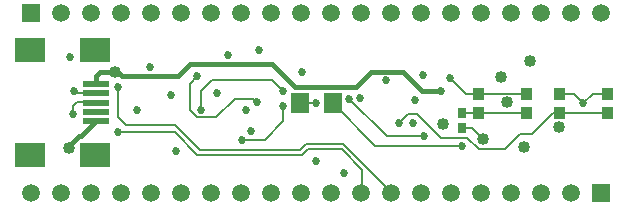
<source format=gtl>
G04 DipTrace Beta 2.3.5.2*
%INTop_Layer-GMaple-mini.GTL*%
%MOIN*%
%ADD14C,0.008*%
%ADD15C,0.016*%
%ADD25R,0.063X0.0709*%
%ADD28R,0.0591X0.0591*%
%ADD30C,0.0591*%
%ADD32R,0.0906X0.0197*%
%ADD33R,0.0984X0.0787*%
%ADD35R,0.0276X0.0354*%
%ADD38C,0.027*%
%ADD40C,0.04*%
%FSLAX44Y44*%
G04*
G70*
G90*
G75*
G01*
%LNTop*%
%LPD*%
X7490Y6565D2*
D14*
X9365D1*
X10115Y5815D1*
X13615D1*
X13803Y6003D1*
X14927D1*
X15615Y5315D1*
Y4565D1*
X15590Y4540D1*
X7490Y8065D2*
Y7065D1*
X7740Y6815D1*
X9365D1*
X10196Y5984D1*
X13534D1*
X13740Y6190D1*
X14990D1*
X16590Y4590D1*
Y4540D1*
X22183Y7225D2*
X23797D1*
X16830Y6873D2*
X17148Y7190D1*
X17429D1*
X18242Y6378D1*
X19117D1*
X19492Y6003D1*
X20367D1*
X20867Y6503D1*
X21267D1*
X21989Y7225D1*
X22183D1*
X10115Y8440D2*
X9865Y8190D1*
Y7315D1*
X10115Y7065D1*
X10740D1*
X11365Y7690D1*
X11990D1*
X12115Y7565D1*
X13539Y7540D2*
X13543Y7536D1*
X14089D1*
X18940Y6714D2*
X19271D1*
X19634Y6351D1*
X6740Y6930D2*
D15*
X6250Y6440D1*
X6178D1*
X5851Y6114D1*
Y6049D1*
X6740Y7875D2*
D14*
X5939D1*
X5995Y7931D1*
X18940Y7226D2*
X18941Y7225D1*
X19483D1*
X21097D1*
X18929Y6128D2*
X16054D1*
X14641Y7540D1*
X17662Y6458D2*
X16427D1*
X15191Y7693D1*
X22988Y7531D2*
X23312Y7855D1*
X23797D1*
X22988Y7531D2*
X22664Y7855D1*
X22183D1*
X6740Y8190D2*
D15*
Y8440D1*
X6865Y8565D1*
X7365D1*
X18240Y7940D2*
X17623D1*
X16977Y8586D1*
X15913D1*
X15392Y8065D1*
X13373D1*
X12605Y8833D1*
X9883D1*
X9490Y8440D1*
X7615D1*
X7490Y8565D1*
X7365D1*
X6740Y7560D2*
D14*
X6735Y7565D1*
X6115D1*
X5989Y7439D1*
Y7191D1*
X10240Y7315D2*
Y7940D1*
X10615Y8315D1*
X12615D1*
X12990Y7940D1*
X11615Y6315D2*
X12365D1*
X12990Y6940D1*
Y7440D1*
X18554Y8378D2*
X19077Y7855D1*
X19483D1*
X21097D1*
D38*
X7490Y6565D3*
Y8065D3*
X13615Y8565D3*
D40*
X21224Y8960D3*
X20429Y7566D3*
D38*
X12179Y9316D3*
X16830Y6873D3*
X10115Y8440D3*
X12115Y7565D3*
X14085Y5608D3*
X9412Y5958D3*
D3*
X8536Y8753D3*
X5865Y9065D3*
X9240Y7815D3*
X10790Y7890D3*
X11907Y6610D3*
X15528Y7725D3*
X14089Y7536D3*
X17647Y8480D3*
X17293Y6868D3*
D40*
X19634Y6351D3*
D3*
X22180Y6753D3*
X20249Y8420D3*
X5851Y6049D3*
D38*
X11145Y9144D3*
D40*
X5851Y6049D3*
D38*
X5995Y7931D3*
X18929Y6128D3*
X17662Y6458D3*
X15191Y7693D3*
X22988Y7531D3*
D3*
D40*
X7365Y8565D3*
D38*
X18240Y7940D3*
X5989Y7191D3*
X10240Y7315D3*
X12990Y7940D3*
X11615Y6315D3*
X12990Y7440D3*
X11740Y7315D3*
X8115D3*
X16405Y8324D3*
X17390Y7645D3*
D40*
X20993Y6065D3*
D38*
X15023Y5225D3*
D40*
X18303Y6847D3*
D38*
X18554Y8378D3*
D25*
X13539Y7540D3*
X14641D3*
D28*
X4590Y10540D3*
D30*
X5590D3*
X6590D3*
X7590D3*
X8590D3*
X9590D3*
X10590D3*
X11590D3*
X12590D3*
X13590D3*
X14590D3*
X15590D3*
X16590D3*
X17590D3*
X18590D3*
X19590D3*
X20590D3*
X21590D3*
X22590D3*
X23590D3*
D28*
Y4540D3*
D30*
X22590D3*
X21590D3*
X20590D3*
X19590D3*
X18590D3*
X17590D3*
X16590D3*
X15590D3*
X14590D3*
X13590D3*
X12590D3*
X11590D3*
X10590D3*
X9590D3*
X8590D3*
X7590D3*
X6590D3*
X5590D3*
X4590D3*
D32*
X6740Y8190D3*
Y7875D3*
Y7560D3*
Y7245D3*
Y6930D3*
D33*
X6701Y9312D3*
Y5808D3*
X4535Y9312D3*
Y5808D3*
D35*
X18940Y6714D3*
Y7226D3*
G36*
X23620Y8052D2*
X23974D1*
Y7658D1*
X23620D1*
Y8052D1*
G37*
G36*
X22006D2*
X22360D1*
Y7658D1*
X22006D1*
Y8052D1*
G37*
G36*
Y7422D2*
X22360D1*
Y7028D1*
X22006D1*
Y7422D1*
G37*
G36*
X23620D2*
X23974D1*
Y7028D1*
X23620D1*
Y7422D1*
G37*
G36*
X21274Y7658D2*
X20920D1*
Y8052D1*
X21274D1*
Y7658D1*
G37*
G36*
X19660D2*
X19306D1*
Y8052D1*
X19660D1*
Y7658D1*
G37*
G36*
Y7028D2*
X19306D1*
Y7422D1*
X19660D1*
Y7028D1*
G37*
G36*
X21274D2*
X20920D1*
Y7422D1*
X21274D1*
Y7028D1*
G37*
M02*

</source>
